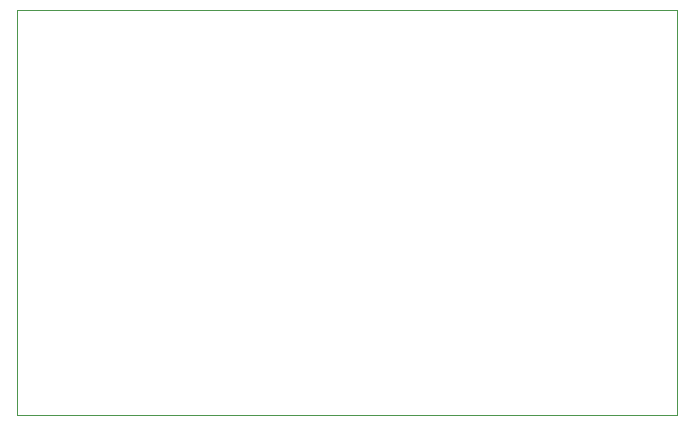
<source format=gm1>
G04 #@! TF.GenerationSoftware,KiCad,Pcbnew,7.0.1*
G04 #@! TF.CreationDate,2023-03-23T13:10:05+01:00*
G04 #@! TF.ProjectId,BMS_Ctrl_DE-9_Adaptor,424d535f-4374-4726-9c5f-44452d395f41,rev?*
G04 #@! TF.SameCoordinates,Original*
G04 #@! TF.FileFunction,Profile,NP*
%FSLAX46Y46*%
G04 Gerber Fmt 4.6, Leading zero omitted, Abs format (unit mm)*
G04 Created by KiCad (PCBNEW 7.0.1) date 2023-03-23 13:10:05*
%MOMM*%
%LPD*%
G01*
G04 APERTURE LIST*
G04 #@! TA.AperFunction,Profile*
%ADD10C,0.100000*%
G04 #@! TD*
G04 APERTURE END LIST*
D10*
X110490000Y-68580000D02*
X166370000Y-68580000D01*
X166370000Y-102870000D01*
X110490000Y-102870000D01*
X110490000Y-68580000D01*
M02*

</source>
